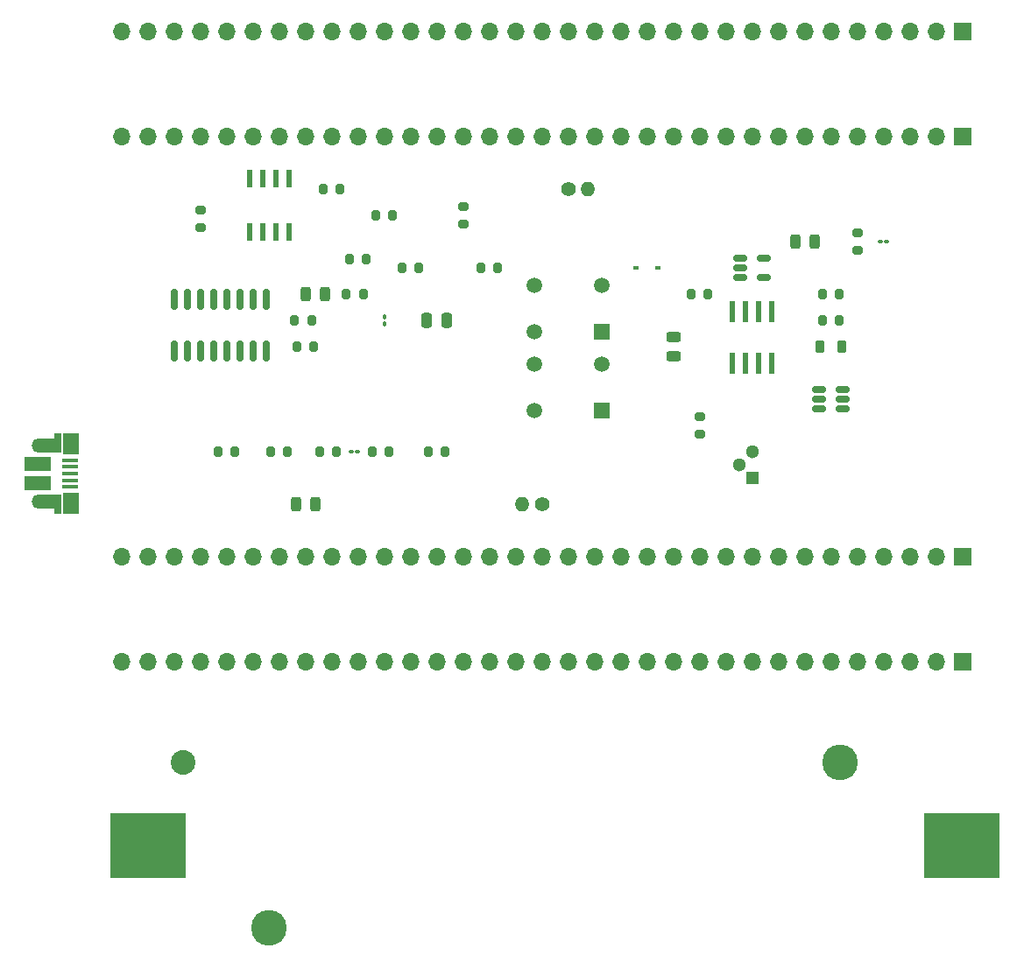
<source format=gbr>
%TF.GenerationSoftware,KiCad,Pcbnew,(6.0.2)*%
%TF.CreationDate,2022-04-14T15:11:51+02:00*%
%TF.ProjectId,main,6d61696e-2e6b-4696-9361-645f70636258,rev?*%
%TF.SameCoordinates,Original*%
%TF.FileFunction,Soldermask,Top*%
%TF.FilePolarity,Negative*%
%FSLAX46Y46*%
G04 Gerber Fmt 4.6, Leading zero omitted, Abs format (unit mm)*
G04 Created by KiCad (PCBNEW (6.0.2)) date 2022-04-14 15:11:51*
%MOMM*%
%LPD*%
G01*
G04 APERTURE LIST*
G04 Aperture macros list*
%AMRoundRect*
0 Rectangle with rounded corners*
0 $1 Rounding radius*
0 $2 $3 $4 $5 $6 $7 $8 $9 X,Y pos of 4 corners*
0 Add a 4 corners polygon primitive as box body*
4,1,4,$2,$3,$4,$5,$6,$7,$8,$9,$2,$3,0*
0 Add four circle primitives for the rounded corners*
1,1,$1+$1,$2,$3*
1,1,$1+$1,$4,$5*
1,1,$1+$1,$6,$7*
1,1,$1+$1,$8,$9*
0 Add four rect primitives between the rounded corners*
20,1,$1+$1,$2,$3,$4,$5,0*
20,1,$1+$1,$4,$5,$6,$7,0*
20,1,$1+$1,$6,$7,$8,$9,0*
20,1,$1+$1,$8,$9,$2,$3,0*%
G04 Aperture macros list end*
%ADD10R,0.533400X1.701800*%
%ADD11RoundRect,0.150000X0.150000X-0.850000X0.150000X0.850000X-0.150000X0.850000X-0.150000X-0.850000X0*%
%ADD12RoundRect,0.039900X-0.245100X0.945100X-0.245100X-0.945100X0.245100X-0.945100X0.245100X0.945100X0*%
%ADD13O,1.400000X1.400000*%
%ADD14C,1.400000*%
%ADD15R,7.340000X6.350000*%
%ADD16C,3.450000*%
%ADD17C,2.390000*%
%ADD18RoundRect,0.200000X-0.275000X0.200000X-0.275000X-0.200000X0.275000X-0.200000X0.275000X0.200000X0*%
%ADD19RoundRect,0.200000X-0.200000X-0.275000X0.200000X-0.275000X0.200000X0.275000X-0.200000X0.275000X0*%
%ADD20RoundRect,0.200000X0.275000X-0.200000X0.275000X0.200000X-0.275000X0.200000X-0.275000X-0.200000X0*%
%ADD21RoundRect,0.243750X0.456250X-0.243750X0.456250X0.243750X-0.456250X0.243750X-0.456250X-0.243750X0*%
%ADD22O,1.700000X1.700000*%
%ADD23R,1.700000X1.700000*%
%ADD24RoundRect,0.243750X-0.243750X-0.456250X0.243750X-0.456250X0.243750X0.456250X-0.243750X0.456250X0*%
%ADD25RoundRect,0.100000X0.100000X-0.130000X0.100000X0.130000X-0.100000X0.130000X-0.100000X-0.130000X0*%
%ADD26RoundRect,0.200000X0.200000X0.275000X-0.200000X0.275000X-0.200000X-0.275000X0.200000X-0.275000X0*%
%ADD27C,1.498000*%
%ADD28R,1.498000X1.498000*%
%ADD29R,1.500000X2.000000*%
%ADD30R,0.700000X1.825000*%
%ADD31R,2.000000X1.350000*%
%ADD32R,2.500000X1.430000*%
%ADD33O,1.500000X1.100000*%
%ADD34O,1.700000X1.350000*%
%ADD35R,1.650000X0.400000*%
%ADD36RoundRect,0.250000X-0.250000X-0.475000X0.250000X-0.475000X0.250000X0.475000X-0.250000X0.475000X0*%
%ADD37RoundRect,0.150000X-0.512500X-0.150000X0.512500X-0.150000X0.512500X0.150000X-0.512500X0.150000X0*%
%ADD38R,0.600000X0.450000*%
%ADD39RoundRect,0.100000X-0.130000X-0.100000X0.130000X-0.100000X0.130000X0.100000X-0.130000X0.100000X0*%
%ADD40RoundRect,0.218750X0.218750X0.381250X-0.218750X0.381250X-0.218750X-0.381250X0.218750X-0.381250X0*%
%ADD41C,1.300000*%
%ADD42R,1.300000X1.300000*%
G04 APERTURE END LIST*
D10*
%TO.C,U3*%
X131805000Y-70200800D03*
X133075000Y-70200800D03*
X134345000Y-70200800D03*
X135615000Y-70200800D03*
X135615000Y-65019200D03*
X134345000Y-65019200D03*
X133075000Y-65019200D03*
X131805000Y-65019200D03*
%TD*%
D11*
%TO.C,U5*%
X124505000Y-81690000D03*
X125775000Y-81690000D03*
X127045000Y-81690000D03*
X128315000Y-81690000D03*
X129585000Y-81690000D03*
X130855000Y-81690000D03*
X132125000Y-81690000D03*
X133395000Y-81690000D03*
X133395000Y-76690000D03*
X132125000Y-76690000D03*
X130855000Y-76690000D03*
X129585000Y-76690000D03*
X128315000Y-76690000D03*
X127045000Y-76690000D03*
X125775000Y-76690000D03*
X124505000Y-76690000D03*
%TD*%
D12*
%TO.C,U4*%
X182265000Y-77955000D03*
X180995000Y-77955000D03*
X179725000Y-77955000D03*
X178455000Y-77955000D03*
X178455000Y-82905000D03*
X179725000Y-82905000D03*
X180995000Y-82905000D03*
X182265000Y-82905000D03*
%TD*%
D13*
%TO.C,LDR1*%
X158120000Y-96520000D03*
D14*
X160020000Y-96520000D03*
%TD*%
D15*
%TO.C,BT1*%
X200580000Y-129540000D03*
X121920000Y-129540000D03*
D16*
X188850000Y-121540000D03*
D17*
X125320000Y-121540000D03*
D16*
X133650000Y-137540000D03*
%TD*%
D18*
%TO.C,R5*%
X190500000Y-71945000D03*
X190500000Y-70295000D03*
%TD*%
D19*
%TO.C,R17*%
X137755000Y-78740000D03*
X136105000Y-78740000D03*
%TD*%
D20*
%TO.C,R7*%
X152400000Y-67755000D03*
X152400000Y-69405000D03*
%TD*%
D19*
%TO.C,R1*%
X188785000Y-76200000D03*
X187135000Y-76200000D03*
%TD*%
D21*
%TO.C,D1*%
X172720000Y-80342500D03*
X172720000Y-82217500D03*
%TD*%
D19*
%TO.C,R14*%
X150685000Y-91440000D03*
X149035000Y-91440000D03*
%TD*%
D20*
%TO.C,R4*%
X175260000Y-88075000D03*
X175260000Y-89725000D03*
%TD*%
D22*
%TO.C,J2*%
X119380000Y-60960000D03*
X121920000Y-60960000D03*
X124460000Y-60960000D03*
X127000000Y-60960000D03*
X129540000Y-60960000D03*
X132080000Y-60960000D03*
X134620000Y-60960000D03*
X137160000Y-60960000D03*
X139700000Y-60960000D03*
X142240000Y-60960000D03*
X144780000Y-60960000D03*
X147320000Y-60960000D03*
X149860000Y-60960000D03*
X152400000Y-60960000D03*
X154940000Y-60960000D03*
X157480000Y-60960000D03*
X160020000Y-60960000D03*
X162560000Y-60960000D03*
X165100000Y-60960000D03*
X167640000Y-60960000D03*
X170180000Y-60960000D03*
X172720000Y-60960000D03*
X175260000Y-60960000D03*
X177800000Y-60960000D03*
X180340000Y-60960000D03*
X182880000Y-60960000D03*
X185420000Y-60960000D03*
X187960000Y-60960000D03*
X190500000Y-60960000D03*
X193040000Y-60960000D03*
X195580000Y-60960000D03*
X198120000Y-60960000D03*
D23*
X200660000Y-60960000D03*
%TD*%
D19*
%TO.C,R19*%
X130365000Y-91440000D03*
X128715000Y-91440000D03*
%TD*%
D24*
%TO.C,D4*%
X138097500Y-96520000D03*
X136222500Y-96520000D03*
%TD*%
D19*
%TO.C,R6*%
X155765000Y-73660000D03*
X154115000Y-73660000D03*
%TD*%
D25*
%TO.C,C3*%
X144780000Y-78420000D03*
X144780000Y-79060000D03*
%TD*%
D26*
%TO.C,R3*%
X174435000Y-76200000D03*
X176085000Y-76200000D03*
%TD*%
D19*
%TO.C,R20*%
X135445000Y-91440000D03*
X133795000Y-91440000D03*
%TD*%
D27*
%TO.C,SW2*%
X159310000Y-82995000D03*
X165810000Y-82995000D03*
X159310000Y-87495000D03*
D28*
X165810000Y-87495000D03*
%TD*%
D29*
%TO.C,J5*%
X114515000Y-96465000D03*
D30*
X113195000Y-90615000D03*
D29*
X114495000Y-90715000D03*
D31*
X112445000Y-96315000D03*
D32*
X111245000Y-92605000D03*
X111245000Y-94525000D03*
D30*
X113195000Y-96565000D03*
D31*
X112445000Y-90835000D03*
D33*
X114515000Y-91145000D03*
D34*
X111515000Y-96295000D03*
D33*
X114515000Y-95985000D03*
D34*
X111515000Y-90835000D03*
D35*
X114395000Y-94865000D03*
X114395000Y-94215000D03*
X114395000Y-93565000D03*
X114395000Y-92915000D03*
X114395000Y-92265000D03*
%TD*%
D19*
%TO.C,R9*%
X140525000Y-66040000D03*
X138875000Y-66040000D03*
%TD*%
D36*
%TO.C,C2*%
X150810000Y-78740000D03*
X148910000Y-78740000D03*
%TD*%
D22*
%TO.C,J1*%
X119380000Y-50800000D03*
X121920000Y-50800000D03*
X124460000Y-50800000D03*
X127000000Y-50800000D03*
X129540000Y-50800000D03*
X132080000Y-50800000D03*
X134620000Y-50800000D03*
X137160000Y-50800000D03*
X139700000Y-50800000D03*
X142240000Y-50800000D03*
X144780000Y-50800000D03*
X147320000Y-50800000D03*
X149860000Y-50800000D03*
X152400000Y-50800000D03*
X154940000Y-50800000D03*
X157480000Y-50800000D03*
X160020000Y-50800000D03*
X162560000Y-50800000D03*
X165100000Y-50800000D03*
X167640000Y-50800000D03*
X170180000Y-50800000D03*
X172720000Y-50800000D03*
X175260000Y-50800000D03*
X177800000Y-50800000D03*
X180340000Y-50800000D03*
X182880000Y-50800000D03*
X185420000Y-50800000D03*
X187960000Y-50800000D03*
X190500000Y-50800000D03*
X193040000Y-50800000D03*
X195580000Y-50800000D03*
X198120000Y-50800000D03*
D23*
X200660000Y-50800000D03*
%TD*%
D26*
%TO.C,R10*%
X141415000Y-72870000D03*
X143065000Y-72870000D03*
%TD*%
D13*
%TO.C,LDR2*%
X164460000Y-66040000D03*
D14*
X162560000Y-66040000D03*
%TD*%
D27*
%TO.C,SW1*%
X159310000Y-75375000D03*
X165810000Y-75375000D03*
X159310000Y-79875000D03*
D28*
X165810000Y-79875000D03*
%TD*%
D37*
%TO.C,U1*%
X181477500Y-72710000D03*
X181477500Y-74610000D03*
X179202500Y-74610000D03*
X179202500Y-73660000D03*
X179202500Y-72710000D03*
%TD*%
D26*
%TO.C,R2*%
X187135000Y-78740000D03*
X188785000Y-78740000D03*
%TD*%
D22*
%TO.C,J4*%
X119380000Y-111760000D03*
X121920000Y-111760000D03*
X124460000Y-111760000D03*
X127000000Y-111760000D03*
X129540000Y-111760000D03*
X132080000Y-111760000D03*
X134620000Y-111760000D03*
X137160000Y-111760000D03*
X139700000Y-111760000D03*
X142240000Y-111760000D03*
X144780000Y-111760000D03*
X147320000Y-111760000D03*
X149860000Y-111760000D03*
X152400000Y-111760000D03*
X154940000Y-111760000D03*
X157480000Y-111760000D03*
X160020000Y-111760000D03*
X162560000Y-111760000D03*
X165100000Y-111760000D03*
X167640000Y-111760000D03*
X170180000Y-111760000D03*
X172720000Y-111760000D03*
X175260000Y-111760000D03*
X177800000Y-111760000D03*
X180340000Y-111760000D03*
X182880000Y-111760000D03*
X185420000Y-111760000D03*
X187960000Y-111760000D03*
X190500000Y-111760000D03*
X193040000Y-111760000D03*
X195580000Y-111760000D03*
X198120000Y-111760000D03*
D23*
X200660000Y-111760000D03*
%TD*%
D26*
%TO.C,R11*%
X143955000Y-68580000D03*
X145605000Y-68580000D03*
%TD*%
D37*
%TO.C,U2*%
X189097500Y-85410000D03*
X189097500Y-86360000D03*
X189097500Y-87310000D03*
X186822500Y-87310000D03*
X186822500Y-86360000D03*
X186822500Y-85410000D03*
%TD*%
D38*
%TO.C,D3*%
X171230000Y-73660000D03*
X169130000Y-73660000D03*
%TD*%
D39*
%TO.C,C1*%
X193360000Y-71120000D03*
X192720000Y-71120000D03*
%TD*%
%TO.C,C4*%
X142215000Y-91440000D03*
X141575000Y-91440000D03*
%TD*%
D22*
%TO.C,J3*%
X119380000Y-101625000D03*
X121920000Y-101625000D03*
X124460000Y-101625000D03*
X127000000Y-101625000D03*
X129540000Y-101625000D03*
X132080000Y-101625000D03*
X134620000Y-101625000D03*
X137160000Y-101625000D03*
X139700000Y-101625000D03*
X142240000Y-101625000D03*
X144780000Y-101625000D03*
X147320000Y-101625000D03*
X149860000Y-101625000D03*
X152400000Y-101625000D03*
X154940000Y-101625000D03*
X157480000Y-101625000D03*
X160020000Y-101625000D03*
X162560000Y-101625000D03*
X165100000Y-101625000D03*
X167640000Y-101625000D03*
X170180000Y-101625000D03*
X172720000Y-101625000D03*
X175260000Y-101625000D03*
X177800000Y-101625000D03*
X180340000Y-101625000D03*
X182880000Y-101625000D03*
X185420000Y-101625000D03*
X187960000Y-101625000D03*
X190500000Y-101625000D03*
X193040000Y-101625000D03*
X195580000Y-101625000D03*
X198120000Y-101625000D03*
D23*
X200660000Y-101625000D03*
%TD*%
D24*
%TO.C,LED1*%
X139035000Y-76200000D03*
X137160000Y-76200000D03*
%TD*%
D19*
%TO.C,R15*%
X140180000Y-91440000D03*
X138530000Y-91440000D03*
%TD*%
%TO.C,R13*%
X142745000Y-76200000D03*
X141095000Y-76200000D03*
%TD*%
%TO.C,R16*%
X137985000Y-81280000D03*
X136335000Y-81280000D03*
%TD*%
D24*
%TO.C,D2*%
X186357500Y-71120000D03*
X184482500Y-71120000D03*
%TD*%
D19*
%TO.C,R8*%
X148145000Y-73660000D03*
X146495000Y-73660000D03*
%TD*%
D40*
%TO.C,L1*%
X186897500Y-81280000D03*
X189022500Y-81280000D03*
%TD*%
D19*
%TO.C,R18*%
X145260000Y-91440000D03*
X143610000Y-91440000D03*
%TD*%
D41*
%TO.C,Q1*%
X180340000Y-91440000D03*
X179070000Y-92710000D03*
D42*
X180340000Y-93980000D03*
%TD*%
D18*
%TO.C,R12*%
X127000000Y-69750000D03*
X127000000Y-68100000D03*
%TD*%
M02*

</source>
